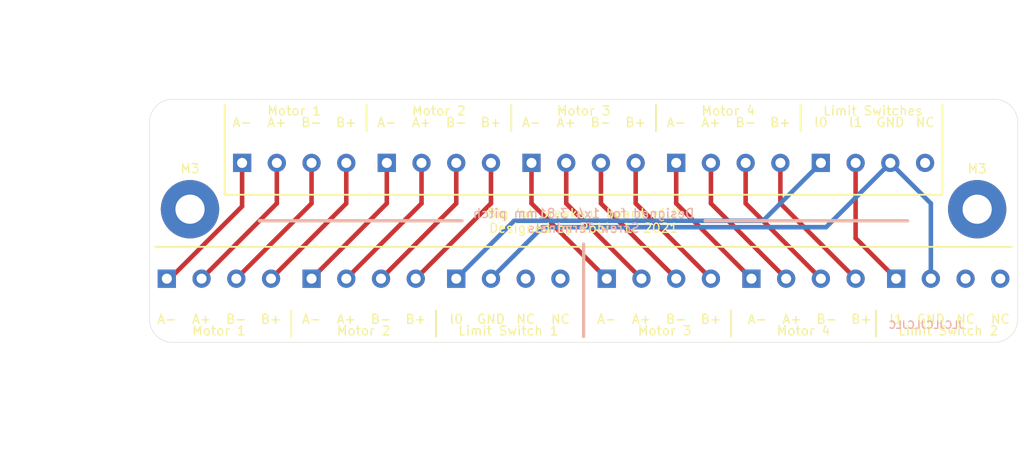
<source format=kicad_pcb>
(kicad_pcb (version 20171130) (host pcbnew "(5.1.9)-1")

  (general
    (thickness 1.6)
    (drawings 94)
    (tracks 43)
    (zones 0)
    (modules 13)
    (nets 25)
  )

  (page A4)
  (layers
    (0 F.Cu signal)
    (31 B.Cu signal)
    (32 B.Adhes user)
    (33 F.Adhes user)
    (34 B.Paste user)
    (35 F.Paste user)
    (36 B.SilkS user)
    (37 F.SilkS user)
    (38 B.Mask user)
    (39 F.Mask user)
    (40 Dwgs.User user)
    (41 Cmts.User user)
    (42 Eco1.User user)
    (43 Eco2.User user)
    (44 Edge.Cuts user)
    (45 Margin user)
    (46 B.CrtYd user)
    (47 F.CrtYd user)
    (48 B.Fab user)
    (49 F.Fab user)
  )

  (setup
    (last_trace_width 0.25)
    (user_trace_width 0.3)
    (user_trace_width 0.5)
    (trace_clearance 0.2)
    (zone_clearance 0.508)
    (zone_45_only no)
    (trace_min 0.2)
    (via_size 0.8)
    (via_drill 0.4)
    (via_min_size 0.4)
    (via_min_drill 0.3)
    (uvia_size 0.3)
    (uvia_drill 0.1)
    (uvias_allowed no)
    (uvia_min_size 0.2)
    (uvia_min_drill 0.1)
    (edge_width 0.05)
    (segment_width 0.2)
    (pcb_text_width 0.3)
    (pcb_text_size 1.5 1.5)
    (mod_edge_width 0.12)
    (mod_text_size 1 1)
    (mod_text_width 0.15)
    (pad_size 1.524 1.524)
    (pad_drill 0.762)
    (pad_to_mask_clearance 0)
    (aux_axis_origin 0 0)
    (visible_elements 7EFFFFFF)
    (pcbplotparams
      (layerselection 0x010fc_ffffffff)
      (usegerberextensions true)
      (usegerberattributes false)
      (usegerberadvancedattributes false)
      (creategerberjobfile false)
      (excludeedgelayer true)
      (linewidth 0.100000)
      (plotframeref false)
      (viasonmask false)
      (mode 1)
      (useauxorigin false)
      (hpglpennumber 1)
      (hpglpenspeed 20)
      (hpglpendiameter 15.000000)
      (psnegative false)
      (psa4output false)
      (plotreference true)
      (plotvalue true)
      (plotinvisibletext false)
      (padsonsilk false)
      (subtractmaskfromsilk true)
      (outputformat 1)
      (mirror false)
      (drillshape 0)
      (scaleselection 1)
      (outputdirectory "output/"))
  )

  (net 0 "")
  (net 1 /motor1_B+)
  (net 2 /motor1_B-)
  (net 3 /motor1_A+)
  (net 4 /motor1_A-)
  (net 5 /motor2_B+)
  (net 6 /motor2_B-)
  (net 7 /motor2_A+)
  (net 8 /motor2_A-)
  (net 9 /motor3_B+)
  (net 10 /motor3_B-)
  (net 11 /motor3_A+)
  (net 12 /motor3_A-)
  (net 13 /motor4_B+)
  (net 14 /motor4_B-)
  (net 15 /motor4_A+)
  (net 16 /motor4_A-)
  (net 17 "Net-(J5-Pad4)")
  (net 18 GND)
  (net 19 /lim1)
  (net 20 /lim0)
  (net 21 "Net-(J8-Pad4)")
  (net 22 "Net-(J8-Pad3)")
  (net 23 "Net-(J11-Pad4)")
  (net 24 "Net-(J11-Pad3)")

  (net_class Default "This is the default net class."
    (clearance 0.2)
    (trace_width 0.25)
    (via_dia 0.8)
    (via_drill 0.4)
    (uvia_dia 0.3)
    (uvia_drill 0.1)
    (add_net /lim0)
    (add_net /lim1)
    (add_net /motor1_A+)
    (add_net /motor1_A-)
    (add_net /motor1_B+)
    (add_net /motor1_B-)
    (add_net /motor2_A+)
    (add_net /motor2_A-)
    (add_net /motor2_B+)
    (add_net /motor2_B-)
    (add_net /motor3_A+)
    (add_net /motor3_A-)
    (add_net /motor3_B+)
    (add_net /motor3_B-)
    (add_net /motor4_A+)
    (add_net /motor4_A-)
    (add_net /motor4_B+)
    (add_net /motor4_B-)
    (add_net GND)
    (add_net "Net-(J11-Pad3)")
    (add_net "Net-(J11-Pad4)")
    (add_net "Net-(J5-Pad4)")
    (add_net "Net-(J8-Pad3)")
    (add_net "Net-(J8-Pad4)")
  )

  (module MountingHole:MountingHole_3.2mm_M3_Pad (layer F.Cu) (tedit 56D1B4CB) (tstamp 61664819)
    (at 157.48 68.58)
    (descr "Mounting Hole 3.2mm, M3")
    (tags "mounting hole 3.2mm m3")
    (path /61783093)
    (attr virtual)
    (fp_text reference H2 (at 0 -4.2) (layer F.SilkS) hide
      (effects (font (size 1 1) (thickness 0.15)))
    )
    (fp_text value MountingHole (at 0 4.2) (layer F.Fab)
      (effects (font (size 1 1) (thickness 0.15)))
    )
    (fp_circle (center 0 0) (end 3.45 0) (layer F.CrtYd) (width 0.05))
    (fp_circle (center 0 0) (end 3.2 0) (layer Cmts.User) (width 0.15))
    (fp_text user %R (at 0.3 0) (layer F.Fab)
      (effects (font (size 1 1) (thickness 0.15)))
    )
    (pad 1 thru_hole circle (at 0 0) (size 6.4 6.4) (drill 3.2) (layers *.Cu *.Mask))
  )

  (module MountingHole:MountingHole_3.2mm_M3_Pad (layer F.Cu) (tedit 56D1B4CB) (tstamp 61664811)
    (at 71.12 68.58)
    (descr "Mounting Hole 3.2mm, M3")
    (tags "mounting hole 3.2mm m3")
    (path /61781858)
    (attr virtual)
    (fp_text reference H1 (at 0 -4.2) (layer F.SilkS) hide
      (effects (font (size 1 1) (thickness 0.15)))
    )
    (fp_text value MountingHole (at 0 4.2) (layer F.Fab)
      (effects (font (size 1 1) (thickness 0.15)))
    )
    (fp_circle (center 0 0) (end 3.45 0) (layer F.CrtYd) (width 0.05))
    (fp_circle (center 0 0) (end 3.2 0) (layer Cmts.User) (width 0.15))
    (fp_text user %R (at 0.3 0) (layer F.Fab)
      (effects (font (size 1 1) (thickness 0.15)))
    )
    (pad 1 thru_hole circle (at 0 0) (size 6.4 6.4) (drill 3.2) (layers *.Cu *.Mask))
  )

  (module doublemag:CONN_1x4_3.81mm (layer F.Cu) (tedit 6160838B) (tstamp 616642E5)
    (at 148.59 76.2)
    (path /616613DD)
    (fp_text reference J11 (at 0 0.5) (layer F.SilkS) hide
      (effects (font (size 1 1) (thickness 0.15)))
    )
    (fp_text value Screw_Terminal_01x04 (at 0 -0.5) (layer F.Fab)
      (effects (font (size 1 1) (thickness 0.15)))
    )
    (fp_line (start 13.335 -3.5) (end -1.905 -3.5) (layer F.CrtYd) (width 0.12))
    (fp_line (start 13.335 3.5) (end 13.335 -3.5) (layer F.CrtYd) (width 0.12))
    (fp_line (start -1.905 3.5) (end 13.335 3.5) (layer F.CrtYd) (width 0.12))
    (fp_line (start -1.905 -3.5) (end -1.905 3.5) (layer F.CrtYd) (width 0.12))
    (pad 4 thru_hole circle (at 11.43 0 90) (size 2 2) (drill 1.1) (layers *.Cu *.Mask)
      (net 23 "Net-(J11-Pad4)"))
    (pad 3 thru_hole circle (at 7.62 0 90) (size 2 2) (drill 1.1) (layers *.Cu *.Mask)
      (net 24 "Net-(J11-Pad3)"))
    (pad 2 thru_hole circle (at 3.81 0 90) (size 2 2) (drill 1.1) (layers *.Cu *.Mask)
      (net 18 GND))
    (pad 1 thru_hole rect (at 0 0 90) (size 2 2) (drill 1.1) (layers *.Cu *.Mask)
      (net 19 /lim1))
  )

  (module doublemag:CONN_1x4_3.81mm (layer F.Cu) (tedit 6160838B) (tstamp 616642D9)
    (at 132.715 76.2)
    (path /6166FA16)
    (fp_text reference J10 (at 0 0.5) (layer F.SilkS) hide
      (effects (font (size 1 1) (thickness 0.15)))
    )
    (fp_text value Screw_Terminal_01x04 (at 0 -0.5) (layer F.Fab)
      (effects (font (size 1 1) (thickness 0.15)))
    )
    (fp_line (start 13.335 -3.5) (end -1.905 -3.5) (layer F.CrtYd) (width 0.12))
    (fp_line (start 13.335 3.5) (end 13.335 -3.5) (layer F.CrtYd) (width 0.12))
    (fp_line (start -1.905 3.5) (end 13.335 3.5) (layer F.CrtYd) (width 0.12))
    (fp_line (start -1.905 -3.5) (end -1.905 3.5) (layer F.CrtYd) (width 0.12))
    (pad 4 thru_hole circle (at 11.43 0 90) (size 2 2) (drill 1.1) (layers *.Cu *.Mask)
      (net 13 /motor4_B+))
    (pad 3 thru_hole circle (at 7.62 0 90) (size 2 2) (drill 1.1) (layers *.Cu *.Mask)
      (net 14 /motor4_B-))
    (pad 2 thru_hole circle (at 3.81 0 90) (size 2 2) (drill 1.1) (layers *.Cu *.Mask)
      (net 15 /motor4_A+))
    (pad 1 thru_hole rect (at 0 0 90) (size 2 2) (drill 1.1) (layers *.Cu *.Mask)
      (net 16 /motor4_A-))
  )

  (module doublemag:CONN_1x4_3.81mm (layer F.Cu) (tedit 6160838B) (tstamp 616642CD)
    (at 116.84 76.2)
    (path /61663468)
    (fp_text reference J9 (at 0 0.5) (layer F.SilkS) hide
      (effects (font (size 1 1) (thickness 0.15)))
    )
    (fp_text value Screw_Terminal_01x04 (at 0 -0.5) (layer F.Fab)
      (effects (font (size 1 1) (thickness 0.15)))
    )
    (fp_line (start 13.335 -3.5) (end -1.905 -3.5) (layer F.CrtYd) (width 0.12))
    (fp_line (start 13.335 3.5) (end 13.335 -3.5) (layer F.CrtYd) (width 0.12))
    (fp_line (start -1.905 3.5) (end 13.335 3.5) (layer F.CrtYd) (width 0.12))
    (fp_line (start -1.905 -3.5) (end -1.905 3.5) (layer F.CrtYd) (width 0.12))
    (pad 4 thru_hole circle (at 11.43 0 90) (size 2 2) (drill 1.1) (layers *.Cu *.Mask)
      (net 9 /motor3_B+))
    (pad 3 thru_hole circle (at 7.62 0 90) (size 2 2) (drill 1.1) (layers *.Cu *.Mask)
      (net 10 /motor3_B-))
    (pad 2 thru_hole circle (at 3.81 0 90) (size 2 2) (drill 1.1) (layers *.Cu *.Mask)
      (net 11 /motor3_A+))
    (pad 1 thru_hole rect (at 0 0 90) (size 2 2) (drill 1.1) (layers *.Cu *.Mask)
      (net 12 /motor3_A-))
  )

  (module doublemag:CONN_1x4_3.81mm (layer F.Cu) (tedit 6160838B) (tstamp 616642C1)
    (at 100.33 76.2)
    (path /6166A2A4)
    (fp_text reference J8 (at 0 0.5) (layer F.SilkS) hide
      (effects (font (size 1 1) (thickness 0.15)))
    )
    (fp_text value Screw_Terminal_01x04 (at 0 -0.5) (layer F.Fab)
      (effects (font (size 1 1) (thickness 0.15)))
    )
    (fp_line (start 13.335 -3.5) (end -1.905 -3.5) (layer F.CrtYd) (width 0.12))
    (fp_line (start 13.335 3.5) (end 13.335 -3.5) (layer F.CrtYd) (width 0.12))
    (fp_line (start -1.905 3.5) (end 13.335 3.5) (layer F.CrtYd) (width 0.12))
    (fp_line (start -1.905 -3.5) (end -1.905 3.5) (layer F.CrtYd) (width 0.12))
    (pad 4 thru_hole circle (at 11.43 0 90) (size 2 2) (drill 1.1) (layers *.Cu *.Mask)
      (net 21 "Net-(J8-Pad4)"))
    (pad 3 thru_hole circle (at 7.62 0 90) (size 2 2) (drill 1.1) (layers *.Cu *.Mask)
      (net 22 "Net-(J8-Pad3)"))
    (pad 2 thru_hole circle (at 3.81 0 90) (size 2 2) (drill 1.1) (layers *.Cu *.Mask)
      (net 18 GND))
    (pad 1 thru_hole rect (at 0 0 90) (size 2 2) (drill 1.1) (layers *.Cu *.Mask)
      (net 20 /lim0))
  )

  (module doublemag:CONN_1x4_3.81mm (layer F.Cu) (tedit 6160838B) (tstamp 616642B5)
    (at 84.455 76.2)
    (path /6166B19C)
    (fp_text reference J7 (at 0 0.5) (layer F.SilkS) hide
      (effects (font (size 1 1) (thickness 0.15)))
    )
    (fp_text value Screw_Terminal_01x04 (at 0 -0.5) (layer F.Fab)
      (effects (font (size 1 1) (thickness 0.15)))
    )
    (fp_line (start 13.335 -3.5) (end -1.905 -3.5) (layer F.CrtYd) (width 0.12))
    (fp_line (start 13.335 3.5) (end 13.335 -3.5) (layer F.CrtYd) (width 0.12))
    (fp_line (start -1.905 3.5) (end 13.335 3.5) (layer F.CrtYd) (width 0.12))
    (fp_line (start -1.905 -3.5) (end -1.905 3.5) (layer F.CrtYd) (width 0.12))
    (pad 4 thru_hole circle (at 11.43 0 90) (size 2 2) (drill 1.1) (layers *.Cu *.Mask)
      (net 5 /motor2_B+))
    (pad 3 thru_hole circle (at 7.62 0 90) (size 2 2) (drill 1.1) (layers *.Cu *.Mask)
      (net 6 /motor2_B-))
    (pad 2 thru_hole circle (at 3.81 0 90) (size 2 2) (drill 1.1) (layers *.Cu *.Mask)
      (net 7 /motor2_A+))
    (pad 1 thru_hole rect (at 0 0 90) (size 2 2) (drill 1.1) (layers *.Cu *.Mask)
      (net 8 /motor2_A-))
  )

  (module doublemag:CONN_1x4_3.81mm (layer F.Cu) (tedit 6160838B) (tstamp 616642A9)
    (at 68.58 76.2)
    (path /616706AA)
    (fp_text reference J6 (at 0 0.5) (layer F.SilkS) hide
      (effects (font (size 1 1) (thickness 0.15)))
    )
    (fp_text value Screw_Terminal_01x04 (at 0 -0.5) (layer F.Fab)
      (effects (font (size 1 1) (thickness 0.15)))
    )
    (fp_line (start 13.335 -3.5) (end -1.905 -3.5) (layer F.CrtYd) (width 0.12))
    (fp_line (start 13.335 3.5) (end 13.335 -3.5) (layer F.CrtYd) (width 0.12))
    (fp_line (start -1.905 3.5) (end 13.335 3.5) (layer F.CrtYd) (width 0.12))
    (fp_line (start -1.905 -3.5) (end -1.905 3.5) (layer F.CrtYd) (width 0.12))
    (pad 4 thru_hole circle (at 11.43 0 90) (size 2 2) (drill 1.1) (layers *.Cu *.Mask)
      (net 1 /motor1_B+))
    (pad 3 thru_hole circle (at 7.62 0 90) (size 2 2) (drill 1.1) (layers *.Cu *.Mask)
      (net 2 /motor1_B-))
    (pad 2 thru_hole circle (at 3.81 0 90) (size 2 2) (drill 1.1) (layers *.Cu *.Mask)
      (net 3 /motor1_A+))
    (pad 1 thru_hole rect (at 0 0 90) (size 2 2) (drill 1.1) (layers *.Cu *.Mask)
      (net 4 /motor1_A-))
  )

  (module doublemag:CONN_1x4_3.81mm (layer F.Cu) (tedit 6160838B) (tstamp 6166429D)
    (at 140.335 63.5)
    (path /6166F0BC)
    (fp_text reference J5 (at 0 0.5) (layer F.SilkS) hide
      (effects (font (size 1 1) (thickness 0.15)))
    )
    (fp_text value Screw_Terminal_01x04 (at 0 -0.5) (layer F.Fab)
      (effects (font (size 1 1) (thickness 0.15)))
    )
    (fp_line (start 13.335 -3.5) (end -1.905 -3.5) (layer F.CrtYd) (width 0.12))
    (fp_line (start 13.335 3.5) (end 13.335 -3.5) (layer F.CrtYd) (width 0.12))
    (fp_line (start -1.905 3.5) (end 13.335 3.5) (layer F.CrtYd) (width 0.12))
    (fp_line (start -1.905 -3.5) (end -1.905 3.5) (layer F.CrtYd) (width 0.12))
    (pad 4 thru_hole circle (at 11.43 0 90) (size 2 2) (drill 1.1) (layers *.Cu *.Mask)
      (net 17 "Net-(J5-Pad4)"))
    (pad 3 thru_hole circle (at 7.62 0 90) (size 2 2) (drill 1.1) (layers *.Cu *.Mask)
      (net 18 GND))
    (pad 2 thru_hole circle (at 3.81 0 90) (size 2 2) (drill 1.1) (layers *.Cu *.Mask)
      (net 19 /lim1))
    (pad 1 thru_hole rect (at 0 0 90) (size 2 2) (drill 1.1) (layers *.Cu *.Mask)
      (net 20 /lim0))
  )

  (module doublemag:CONN_1x4_3.81mm (layer F.Cu) (tedit 6160838B) (tstamp 61664291)
    (at 124.46 63.5)
    (path /6166E184)
    (fp_text reference J4 (at 0 0.5) (layer F.SilkS) hide
      (effects (font (size 1 1) (thickness 0.15)))
    )
    (fp_text value Screw_Terminal_01x04 (at 0 -0.5) (layer F.Fab)
      (effects (font (size 1 1) (thickness 0.15)))
    )
    (fp_line (start 13.335 -3.5) (end -1.905 -3.5) (layer F.CrtYd) (width 0.12))
    (fp_line (start 13.335 3.5) (end 13.335 -3.5) (layer F.CrtYd) (width 0.12))
    (fp_line (start -1.905 3.5) (end 13.335 3.5) (layer F.CrtYd) (width 0.12))
    (fp_line (start -1.905 -3.5) (end -1.905 3.5) (layer F.CrtYd) (width 0.12))
    (pad 4 thru_hole circle (at 11.43 0 90) (size 2 2) (drill 1.1) (layers *.Cu *.Mask)
      (net 13 /motor4_B+))
    (pad 3 thru_hole circle (at 7.62 0 90) (size 2 2) (drill 1.1) (layers *.Cu *.Mask)
      (net 14 /motor4_B-))
    (pad 2 thru_hole circle (at 3.81 0 90) (size 2 2) (drill 1.1) (layers *.Cu *.Mask)
      (net 15 /motor4_A+))
    (pad 1 thru_hole rect (at 0 0 90) (size 2 2) (drill 1.1) (layers *.Cu *.Mask)
      (net 16 /motor4_A-))
  )

  (module doublemag:CONN_1x4_3.81mm (layer F.Cu) (tedit 6160838B) (tstamp 61664285)
    (at 108.585 63.5)
    (path /6166DCFC)
    (fp_text reference J3 (at 0 0.5) (layer F.SilkS) hide
      (effects (font (size 1 1) (thickness 0.15)))
    )
    (fp_text value Screw_Terminal_01x04 (at 0 -0.5) (layer F.Fab)
      (effects (font (size 1 1) (thickness 0.15)))
    )
    (fp_line (start 13.335 -3.5) (end -1.905 -3.5) (layer F.CrtYd) (width 0.12))
    (fp_line (start 13.335 3.5) (end 13.335 -3.5) (layer F.CrtYd) (width 0.12))
    (fp_line (start -1.905 3.5) (end 13.335 3.5) (layer F.CrtYd) (width 0.12))
    (fp_line (start -1.905 -3.5) (end -1.905 3.5) (layer F.CrtYd) (width 0.12))
    (pad 4 thru_hole circle (at 11.43 0 90) (size 2 2) (drill 1.1) (layers *.Cu *.Mask)
      (net 9 /motor3_B+))
    (pad 3 thru_hole circle (at 7.62 0 90) (size 2 2) (drill 1.1) (layers *.Cu *.Mask)
      (net 10 /motor3_B-))
    (pad 2 thru_hole circle (at 3.81 0 90) (size 2 2) (drill 1.1) (layers *.Cu *.Mask)
      (net 11 /motor3_A+))
    (pad 1 thru_hole rect (at 0 0 90) (size 2 2) (drill 1.1) (layers *.Cu *.Mask)
      (net 12 /motor3_A-))
  )

  (module doublemag:CONN_1x4_3.81mm (layer F.Cu) (tedit 6160838B) (tstamp 61664279)
    (at 92.71 63.5)
    (path /6166D5A8)
    (fp_text reference J2 (at 0 0.5) (layer F.SilkS) hide
      (effects (font (size 1 1) (thickness 0.15)))
    )
    (fp_text value Screw_Terminal_01x04 (at 0 -0.5) (layer F.Fab)
      (effects (font (size 1 1) (thickness 0.15)))
    )
    (fp_line (start 13.335 -3.5) (end -1.905 -3.5) (layer F.CrtYd) (width 0.12))
    (fp_line (start 13.335 3.5) (end 13.335 -3.5) (layer F.CrtYd) (width 0.12))
    (fp_line (start -1.905 3.5) (end 13.335 3.5) (layer F.CrtYd) (width 0.12))
    (fp_line (start -1.905 -3.5) (end -1.905 3.5) (layer F.CrtYd) (width 0.12))
    (pad 4 thru_hole circle (at 11.43 0 90) (size 2 2) (drill 1.1) (layers *.Cu *.Mask)
      (net 5 /motor2_B+))
    (pad 3 thru_hole circle (at 7.62 0 90) (size 2 2) (drill 1.1) (layers *.Cu *.Mask)
      (net 6 /motor2_B-))
    (pad 2 thru_hole circle (at 3.81 0 90) (size 2 2) (drill 1.1) (layers *.Cu *.Mask)
      (net 7 /motor2_A+))
    (pad 1 thru_hole rect (at 0 0 90) (size 2 2) (drill 1.1) (layers *.Cu *.Mask)
      (net 8 /motor2_A-))
  )

  (module doublemag:CONN_1x4_3.81mm (layer F.Cu) (tedit 6160838B) (tstamp 6166426D)
    (at 76.835 63.5)
    (path /6165E2CF)
    (fp_text reference J1 (at 0 0.5) (layer F.SilkS) hide
      (effects (font (size 1 1) (thickness 0.15)))
    )
    (fp_text value Screw_Terminal_01x04 (at 0 -0.5) (layer F.Fab)
      (effects (font (size 1 1) (thickness 0.15)))
    )
    (fp_line (start 13.335 -3.5) (end -1.905 -3.5) (layer F.CrtYd) (width 0.12))
    (fp_line (start 13.335 3.5) (end 13.335 -3.5) (layer F.CrtYd) (width 0.12))
    (fp_line (start -1.905 3.5) (end 13.335 3.5) (layer F.CrtYd) (width 0.12))
    (fp_line (start -1.905 -3.5) (end -1.905 3.5) (layer F.CrtYd) (width 0.12))
    (pad 4 thru_hole circle (at 11.43 0 90) (size 2 2) (drill 1.1) (layers *.Cu *.Mask)
      (net 1 /motor1_B+))
    (pad 3 thru_hole circle (at 7.62 0 90) (size 2 2) (drill 1.1) (layers *.Cu *.Mask)
      (net 2 /motor1_B-))
    (pad 2 thru_hole circle (at 3.81 0 90) (size 2 2) (drill 1.1) (layers *.Cu *.Mask)
      (net 3 /motor1_A+))
    (pad 1 thru_hole rect (at 0 0 90) (size 2 2) (drill 1.1) (layers *.Cu *.Mask)
      (net 4 /motor1_A-))
  )

  (gr_text JLCJLCJLCJLC (at 151.892 81.28) (layer B.SilkS)
    (effects (font (size 0.8 0.8) (thickness 0.15)) (justify mirror))
  )
  (gr_line (start 114.3 82.55) (end 114.3 72.39) (layer B.SilkS) (width 0.35) (tstamp 6166E343))
  (gr_line (start 127.635 69.85) (end 149.86 69.85) (layer B.SilkS) (width 0.35) (tstamp 6166E2B3))
  (gr_line (start 78.74 69.85) (end 100.965 69.85) (layer B.SilkS) (width 0.35) (tstamp 6166E2AD))
  (gr_text "Designed for 1x4 3.81mm pitch\nScrew Terminals" (at 114.3 69.85) (layer B.SilkS)
    (effects (font (size 1 1) (thickness 0.15)) (justify mirror))
  )
  (gr_line (start 82.2325 79.6925) (end 82.2325 82.55) (layer F.SilkS) (width 0.2) (tstamp 61665668))
  (gr_line (start 98.1075 79.6925) (end 98.1075 82.55) (layer F.SilkS) (width 0.2) (tstamp 61665666))
  (gr_line (start 130.4925 79.6925) (end 130.4925 82.55) (layer F.SilkS) (width 0.2) (tstamp 61665664))
  (gr_line (start 146.3675 79.6925) (end 146.3675 82.55) (layer F.SilkS) (width 0.2) (tstamp 61665662))
  (gr_line (start 138.1125 57.15) (end 138.1125 60.0075) (layer F.SilkS) (width 0.2) (tstamp 61665660))
  (gr_line (start 122.2375 57.15) (end 122.2375 60.0075) (layer F.SilkS) (width 0.2) (tstamp 6166565E))
  (gr_line (start 106.3625 57.15) (end 106.3625 60.0075) (layer F.SilkS) (width 0.2) (tstamp 6166565C))
  (gr_line (start 90.4875 57.15) (end 90.4875 60.0075) (layer F.SilkS) (width 0.2))
  (gr_text GND (at 152.4 80.645) (layer F.SilkS) (tstamp 616655CC)
    (effects (font (size 1 1) (thickness 0.15)))
  )
  (gr_text l1 (at 148.59 80.645) (layer F.SilkS) (tstamp 616655C9)
    (effects (font (size 1 1) (thickness 0.15)))
  )
  (gr_text NC (at 160.02 80.645) (layer F.SilkS) (tstamp 616655C6)
    (effects (font (size 1 1) (thickness 0.15)))
  )
  (gr_text NC (at 156.21 80.645) (layer F.SilkS) (tstamp 616655C4)
    (effects (font (size 1 1) (thickness 0.15)))
  )
  (gr_text NC (at 111.76 80.645) (layer F.SilkS) (tstamp 616655C2)
    (effects (font (size 1 1) (thickness 0.15)))
  )
  (gr_text NC (at 107.95 80.645) (layer F.SilkS) (tstamp 616655C0)
    (effects (font (size 1 1) (thickness 0.15)))
  )
  (gr_text GND (at 104.14 80.645) (layer F.SilkS) (tstamp 616655BD)
    (effects (font (size 1 1) (thickness 0.15)))
  )
  (gr_text l0 (at 100.33 80.645) (layer F.SilkS) (tstamp 616655BA)
    (effects (font (size 1 1) (thickness 0.15)))
  )
  (gr_text NC (at 151.765 59.055) (layer F.SilkS) (tstamp 616655B6)
    (effects (font (size 1 1) (thickness 0.15)))
  )
  (gr_text GND (at 147.955 59.055) (layer F.SilkS) (tstamp 616655B3)
    (effects (font (size 1 1) (thickness 0.15)))
  )
  (gr_text l1 (at 144.145 59.055) (layer F.SilkS) (tstamp 616655B0)
    (effects (font (size 1 1) (thickness 0.15)))
  )
  (gr_text l0 (at 140.335 59.055) (layer F.SilkS) (tstamp 616655AD)
    (effects (font (size 1 1) (thickness 0.15)))
  )
  (gr_text B+ (at 80.01 80.645) (layer F.SilkS) (tstamp 616655A3)
    (effects (font (size 1 1) (thickness 0.15)))
  )
  (gr_text A+ (at 72.39 80.645) (layer F.SilkS) (tstamp 616655A2)
    (effects (font (size 1 1) (thickness 0.15)))
  )
  (gr_text B- (at 76.2 80.645) (layer F.SilkS) (tstamp 616655A1)
    (effects (font (size 1 1) (thickness 0.15)))
  )
  (gr_text A- (at 68.58 80.645) (layer F.SilkS) (tstamp 616655A0)
    (effects (font (size 1 1) (thickness 0.15)))
  )
  (gr_text A+ (at 88.265 80.645) (layer F.SilkS) (tstamp 6166559B)
    (effects (font (size 1 1) (thickness 0.15)))
  )
  (gr_text A- (at 84.455 80.645) (layer F.SilkS) (tstamp 6166559A)
    (effects (font (size 1 1) (thickness 0.15)))
  )
  (gr_text B+ (at 95.885 80.645) (layer F.SilkS) (tstamp 61665599)
    (effects (font (size 1 1) (thickness 0.15)))
  )
  (gr_text B- (at 92.075 80.645) (layer F.SilkS) (tstamp 61665598)
    (effects (font (size 1 1) (thickness 0.15)))
  )
  (gr_text A+ (at 120.65 80.645) (layer F.SilkS) (tstamp 61665593)
    (effects (font (size 1 1) (thickness 0.15)))
  )
  (gr_text A- (at 116.84 80.645) (layer F.SilkS) (tstamp 61665592)
    (effects (font (size 1 1) (thickness 0.15)))
  )
  (gr_text B- (at 124.46 80.645) (layer F.SilkS) (tstamp 61665591)
    (effects (font (size 1 1) (thickness 0.15)))
  )
  (gr_text B+ (at 128.27 80.645) (layer F.SilkS) (tstamp 61665590)
    (effects (font (size 1 1) (thickness 0.15)))
  )
  (gr_text A- (at 133.35 80.645) (layer F.SilkS) (tstamp 6166558B)
    (effects (font (size 1 1) (thickness 0.15)))
  )
  (gr_text A+ (at 137.16 80.645) (layer F.SilkS) (tstamp 6166558A)
    (effects (font (size 1 1) (thickness 0.15)))
  )
  (gr_text B+ (at 144.78 80.645) (layer F.SilkS) (tstamp 61665589)
    (effects (font (size 1 1) (thickness 0.15)))
  )
  (gr_text B- (at 140.97 80.645) (layer F.SilkS) (tstamp 61665588)
    (effects (font (size 1 1) (thickness 0.15)))
  )
  (gr_text A- (at 124.46 59.055) (layer F.SilkS) (tstamp 6166557B)
    (effects (font (size 1 1) (thickness 0.15)))
  )
  (gr_text B+ (at 135.89 59.055) (layer F.SilkS) (tstamp 6166557A)
    (effects (font (size 1 1) (thickness 0.15)))
  )
  (gr_text A+ (at 128.27 59.055) (layer F.SilkS) (tstamp 61665579)
    (effects (font (size 1 1) (thickness 0.15)))
  )
  (gr_text B- (at 132.08 59.055) (layer F.SilkS) (tstamp 61665578)
    (effects (font (size 1 1) (thickness 0.15)))
  )
  (gr_text A- (at 108.585 59.055) (layer F.SilkS) (tstamp 61665573)
    (effects (font (size 1 1) (thickness 0.15)))
  )
  (gr_text A+ (at 112.395 59.055) (layer F.SilkS) (tstamp 61665572)
    (effects (font (size 1 1) (thickness 0.15)))
  )
  (gr_text B+ (at 120.015 59.055) (layer F.SilkS) (tstamp 61665571)
    (effects (font (size 1 1) (thickness 0.15)))
  )
  (gr_text B- (at 116.205 59.055) (layer F.SilkS) (tstamp 61665570)
    (effects (font (size 1 1) (thickness 0.15)))
  )
  (gr_text A+ (at 96.52 59.055) (layer F.SilkS) (tstamp 6166556B)
    (effects (font (size 1 1) (thickness 0.15)))
  )
  (gr_text B+ (at 104.14 59.055) (layer F.SilkS) (tstamp 6166556A)
    (effects (font (size 1 1) (thickness 0.15)))
  )
  (gr_text A- (at 92.71 59.055) (layer F.SilkS) (tstamp 61665569)
    (effects (font (size 1 1) (thickness 0.15)))
  )
  (gr_text B- (at 100.33 59.055) (layer F.SilkS) (tstamp 61665568)
    (effects (font (size 1 1) (thickness 0.15)))
  )
  (gr_text B+ (at 88.265 59.055) (layer F.SilkS) (tstamp 61665559)
    (effects (font (size 1 1) (thickness 0.15)))
  )
  (gr_text B- (at 84.455 59.055) (layer F.SilkS) (tstamp 61665556)
    (effects (font (size 1 1) (thickness 0.15)))
  )
  (gr_text A+ (at 80.645 59.055) (layer F.SilkS) (tstamp 61665553)
    (effects (font (size 1 1) (thickness 0.15)))
  )
  (gr_text A- (at 76.835 59.055) (layer F.SilkS)
    (effects (font (size 1 1) (thickness 0.15)))
  )
  (gr_line (start 127.635 69.85) (end 149.86 69.85) (layer F.SilkS) (width 0.35) (tstamp 61665435))
  (gr_line (start 78.74 69.85) (end 100.965 69.85) (layer F.SilkS) (width 0.35))
  (gr_line (start 153.67 57.15) (end 153.67 66.9925) (layer F.SilkS) (width 0.2))
  (gr_line (start 74.93 57.15) (end 74.93 66.9925) (layer F.SilkS) (width 0.2))
  (gr_line (start 74.93 66.9925) (end 153.67 66.9925) (layer F.SilkS) (width 0.2))
  (gr_line (start 114.3 72.7075) (end 161.29 72.7075) (layer F.SilkS) (width 0.2))
  (gr_line (start 114.3 72.7075) (end 67.31 72.7075) (layer F.SilkS) (width 0.2))
  (gr_line (start 114.3 82.55) (end 114.3 72.39) (layer F.SilkS) (width 0.35))
  (gr_text "Limit Switch 2" (at 154.305 81.915) (layer F.SilkS) (tstamp 61664FAB)
    (effects (font (size 1 1) (thickness 0.15)))
  )
  (gr_text "Limit Switch 1" (at 106.045 81.915) (layer F.SilkS) (tstamp 61664FA8)
    (effects (font (size 1 1) (thickness 0.15)))
  )
  (gr_text "Limit Switches" (at 146.05 57.785) (layer F.SilkS) (tstamp 61664F06)
    (effects (font (size 1 1) (thickness 0.15)))
  )
  (gr_text "Motor 4" (at 138.43 81.915) (layer F.SilkS) (tstamp 61664EF6)
    (effects (font (size 1 1) (thickness 0.15)))
  )
  (gr_text "Motor 4" (at 130.175 57.785) (layer F.SilkS) (tstamp 61664EF3)
    (effects (font (size 1 1) (thickness 0.15)))
  )
  (gr_text "Motor 3" (at 123.19 81.915) (layer F.SilkS) (tstamp 61664EF1)
    (effects (font (size 1 1) (thickness 0.15)))
  )
  (gr_text "Motor 3" (at 114.3 57.785) (layer F.SilkS) (tstamp 61664EEE)
    (effects (font (size 1 1) (thickness 0.15)))
  )
  (gr_text "Motor 2" (at 90.17 81.915) (layer F.SilkS) (tstamp 61664EEC)
    (effects (font (size 1 1) (thickness 0.15)))
  )
  (gr_text "Motor 2" (at 98.425 57.785) (layer F.SilkS) (tstamp 61664EE9)
    (effects (font (size 1 1) (thickness 0.15)))
  )
  (gr_text "Motor 1" (at 74.295 81.915) (layer F.SilkS) (tstamp 61664EE7)
    (effects (font (size 1 1) (thickness 0.15)))
  )
  (gr_text "Motor 1" (at 82.55 57.785) (layer F.SilkS)
    (effects (font (size 1 1) (thickness 0.15)))
  )
  (gr_text "Big 'ol breakout board v1.0\nDesigned by Robin L. 2021" (at 114.3 69.85) (layer F.SilkS)
    (effects (font (size 1 1) (thickness 0.15)))
  )
  (gr_text M3 (at 71.12 64.135) (layer F.SilkS) (tstamp 61664D34)
    (effects (font (size 1 1) (thickness 0.15)))
  )
  (gr_text M3 (at 157.48 64.135) (layer F.SilkS)
    (effects (font (size 1 1) (thickness 0.15)))
  )
  (dimension 1.27 (width 0.15) (layer Dwgs.User)
    (gr_text "1.270 mm" (at 57.755 69.215 90) (layer Dwgs.User)
      (effects (font (size 1 1) (thickness 0.15)) (justify right))
    )
    (feature1 (pts (xy 66.04 68.58) (xy 58.468579 68.58)))
    (feature2 (pts (xy 66.04 69.85) (xy 58.468579 69.85)))
    (crossbar (pts (xy 59.055 69.85) (xy 59.055 68.58)))
    (arrow1a (pts (xy 59.055 68.58) (xy 59.641421 69.706504)))
    (arrow1b (pts (xy 59.055 68.58) (xy 58.468579 69.706504)))
    (arrow2a (pts (xy 59.055 69.85) (xy 59.641421 68.723496)))
    (arrow2b (pts (xy 59.055 69.85) (xy 58.468579 68.723496)))
  )
  (dimension 26.67 (width 0.15) (layer Dwgs.User)
    (gr_text "26.670 mm" (at 53.945 69.85 90) (layer Dwgs.User)
      (effects (font (size 1 1) (thickness 0.15)))
    )
    (feature1 (pts (xy 66.675 56.515) (xy 54.658579 56.515)))
    (feature2 (pts (xy 66.675 83.185) (xy 54.658579 83.185)))
    (crossbar (pts (xy 55.245 83.185) (xy 55.245 56.515)))
    (arrow1a (pts (xy 55.245 56.515) (xy 55.831421 57.641504)))
    (arrow1b (pts (xy 55.245 56.515) (xy 54.658579 57.641504)))
    (arrow2a (pts (xy 55.245 83.185) (xy 55.831421 82.058496)))
    (arrow2b (pts (xy 55.245 83.185) (xy 54.658579 82.058496)))
  )
  (dimension 86.36 (width 0.15) (layer Dwgs.User)
    (gr_text "86.360 mm" (at 114.3 46.325) (layer Dwgs.User)
      (effects (font (size 1 1) (thickness 0.15)))
    )
    (feature1 (pts (xy 157.48 68.58) (xy 157.48 47.038579)))
    (feature2 (pts (xy 71.12 68.58) (xy 71.12 47.038579)))
    (crossbar (pts (xy 71.12 47.625) (xy 157.48 47.625)))
    (arrow1a (pts (xy 157.48 47.625) (xy 156.353496 48.211421)))
    (arrow1b (pts (xy 157.48 47.625) (xy 156.353496 47.038579)))
    (arrow2a (pts (xy 71.12 47.625) (xy 72.246504 48.211421)))
    (arrow2b (pts (xy 71.12 47.625) (xy 72.246504 47.038579)))
  )
  (dimension 95.25 (width 0.15) (layer Dwgs.User)
    (gr_text "95.250 mm" (at 114.3 96.549999) (layer Dwgs.User)
      (effects (font (size 1 1) (thickness 0.15)))
    )
    (feature1 (pts (xy 161.925 83.185) (xy 161.925 95.83642)))
    (feature2 (pts (xy 66.675 83.185) (xy 66.675 95.83642)))
    (crossbar (pts (xy 66.675 95.249999) (xy 161.925 95.249999)))
    (arrow1a (pts (xy 161.925 95.249999) (xy 160.798496 95.83642)))
    (arrow1b (pts (xy 161.925 95.249999) (xy 160.798496 94.663578)))
    (arrow2a (pts (xy 66.675 95.249999) (xy 67.801504 95.83642)))
    (arrow2b (pts (xy 66.675 95.249999) (xy 67.801504 94.663578)))
  )
  (gr_line (start 161.925 69.85) (end 66.675 69.85) (layer Eco1.User) (width 0.15))
  (gr_line (start 71.12 68.58) (end 157.48 68.58) (layer Eco1.User) (width 0.15))
  (gr_arc (start 69.215 80.645) (end 66.675 80.645) (angle -90) (layer Edge.Cuts) (width 0.05))
  (gr_arc (start 159.385 80.645) (end 159.385 83.185) (angle -90) (layer Edge.Cuts) (width 0.05))
  (gr_arc (start 159.385 59.055) (end 161.925 59.055) (angle -90) (layer Edge.Cuts) (width 0.05))
  (gr_arc (start 69.215 59.055) (end 69.215 56.515) (angle -90) (layer Edge.Cuts) (width 0.05))
  (gr_line (start 66.675 80.645) (end 66.675 59.055) (layer Edge.Cuts) (width 0.05) (tstamp 616646F6))
  (gr_line (start 159.385 83.185) (end 69.215 83.185) (layer Edge.Cuts) (width 0.05))
  (gr_line (start 161.925 59.055) (end 161.925 80.645) (layer Edge.Cuts) (width 0.05))
  (gr_line (start 69.215 56.515) (end 159.385 56.515) (layer Edge.Cuts) (width 0.05))
  (gr_line (start 114.3 56.515) (end 114.3 83.185) (layer Eco1.User) (width 0.15))

  (segment (start 88.265 67.945) (end 88.265 63.5) (width 0.5) (layer F.Cu) (net 1))
  (segment (start 80.01 76.2) (end 88.265 67.945) (width 0.5) (layer F.Cu) (net 1))
  (segment (start 84.455 67.945) (end 76.2 76.2) (width 0.5) (layer F.Cu) (net 2))
  (segment (start 84.455 63.5) (end 84.455 67.945) (width 0.5) (layer F.Cu) (net 2))
  (segment (start 80.645 67.945) (end 80.645 63.5) (width 0.5) (layer F.Cu) (net 3))
  (segment (start 72.39 76.2) (end 80.645 67.945) (width 0.5) (layer F.Cu) (net 3))
  (segment (start 68.902002 76.2) (end 68.58 76.2) (width 0.5) (layer F.Cu) (net 4))
  (segment (start 76.835 68.267002) (end 68.902002 76.2) (width 0.5) (layer F.Cu) (net 4))
  (segment (start 76.835 63.5) (end 76.835 68.267002) (width 0.5) (layer F.Cu) (net 4))
  (segment (start 104.14 67.945) (end 104.14 63.5) (width 0.5) (layer F.Cu) (net 5))
  (segment (start 95.885 76.2) (end 104.14 67.945) (width 0.5) (layer F.Cu) (net 5))
  (segment (start 100.33 67.945) (end 92.075 76.2) (width 0.5) (layer F.Cu) (net 6))
  (segment (start 100.33 63.5) (end 100.33 67.945) (width 0.5) (layer F.Cu) (net 6))
  (segment (start 96.52 67.945) (end 96.52 63.5) (width 0.5) (layer F.Cu) (net 7))
  (segment (start 88.265 76.2) (end 96.52 67.945) (width 0.5) (layer F.Cu) (net 7))
  (segment (start 92.71 67.945) (end 84.455 76.2) (width 0.5) (layer F.Cu) (net 8))
  (segment (start 92.71 63.5) (end 92.71 67.945) (width 0.5) (layer F.Cu) (net 8))
  (segment (start 120.015 67.945) (end 128.27 76.2) (width 0.5) (layer F.Cu) (net 9))
  (segment (start 120.015 63.5) (end 120.015 67.945) (width 0.5) (layer F.Cu) (net 9))
  (segment (start 116.205 67.945) (end 116.205 63.5) (width 0.5) (layer F.Cu) (net 10))
  (segment (start 124.46 76.2) (end 116.205 67.945) (width 0.5) (layer F.Cu) (net 10))
  (segment (start 112.395 67.945) (end 120.65 76.2) (width 0.5) (layer F.Cu) (net 11))
  (segment (start 112.395 63.5) (end 112.395 67.945) (width 0.5) (layer F.Cu) (net 11))
  (segment (start 108.585 67.945) (end 116.84 76.2) (width 0.5) (layer F.Cu) (net 12))
  (segment (start 108.585 63.5) (end 108.585 67.945) (width 0.5) (layer F.Cu) (net 12))
  (segment (start 135.89 67.945) (end 144.145 76.2) (width 0.5) (layer F.Cu) (net 13))
  (segment (start 135.89 63.5) (end 135.89 67.945) (width 0.5) (layer F.Cu) (net 13))
  (segment (start 132.08 67.945) (end 132.08 63.5) (width 0.5) (layer F.Cu) (net 14))
  (segment (start 140.335 76.2) (end 132.08 67.945) (width 0.5) (layer F.Cu) (net 14))
  (segment (start 128.27 67.945) (end 136.525 76.2) (width 0.5) (layer F.Cu) (net 15))
  (segment (start 128.27 63.5) (end 128.27 67.945) (width 0.5) (layer F.Cu) (net 15))
  (segment (start 124.46 67.945) (end 124.46 63.5) (width 0.5) (layer F.Cu) (net 16))
  (segment (start 132.715 76.2) (end 124.46 67.945) (width 0.5) (layer F.Cu) (net 16))
  (segment (start 147.955 63.5) (end 140.90499 70.55001) (width 0.5) (layer B.Cu) (net 18))
  (segment (start 109.78999 70.55001) (end 104.14 76.2) (width 0.5) (layer B.Cu) (net 18))
  (segment (start 140.90499 70.55001) (end 109.78999 70.55001) (width 0.5) (layer B.Cu) (net 18))
  (segment (start 152.4 67.945) (end 147.955 63.5) (width 0.5) (layer B.Cu) (net 18))
  (segment (start 152.4 76.2) (end 152.4 67.945) (width 0.5) (layer B.Cu) (net 18))
  (segment (start 144.145 71.755) (end 148.59 76.2) (width 0.5) (layer F.Cu) (net 19))
  (segment (start 144.145 63.5) (end 144.145 71.755) (width 0.5) (layer F.Cu) (net 19))
  (segment (start 106.68 69.85) (end 100.33 76.2) (width 0.5) (layer B.Cu) (net 20))
  (segment (start 133.985 69.85) (end 106.68 69.85) (width 0.5) (layer B.Cu) (net 20))
  (segment (start 140.335 63.5) (end 133.985 69.85) (width 0.5) (layer B.Cu) (net 20))

)

</source>
